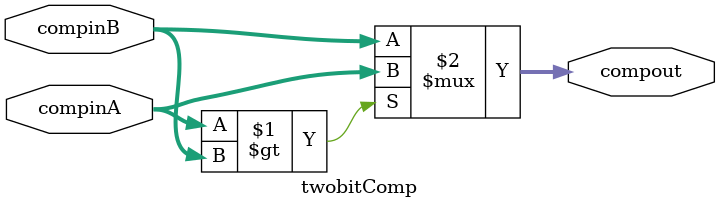
<source format=v>
`timescale 1ns / 1ps


module twobitComp(
    input [1:0] compinA,
    input [1:0] compinB,
    output [1:0] compout
);

assign compout = (compinA > compinB) ? compinA : compinB;
endmodule

</source>
